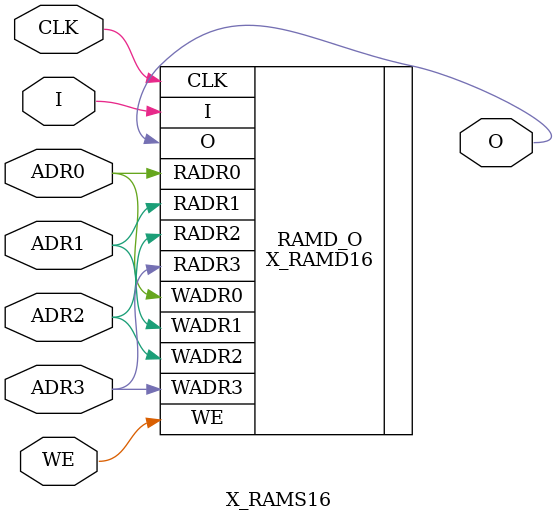
<source format=v>

`celldefine
`timescale 1 ps/1 ps

module X_RAMS16 (O, ADR0, ADR1, ADR2, ADR3, CLK, I, WE);

  parameter INIT = 16'h0000;
  parameter LOC = "UNPLACED";
  output O;

  input I, CLK, WE, ADR0, ADR1, ADR2, ADR3;

    X_RAMD16 RAMD_O (
      .RADR0 (ADR0),
      .RADR1 (ADR1),
      .RADR2 (ADR2),
      .RADR3 (ADR3),
      .WADR0 (ADR0),
      .WADR1 (ADR1),
      .WADR2 (ADR2),
      .WADR3 (ADR3),
      .I (I),
      .CLK (CLK),
      .WE (WE),
      .O (O)
    );

endmodule

</source>
